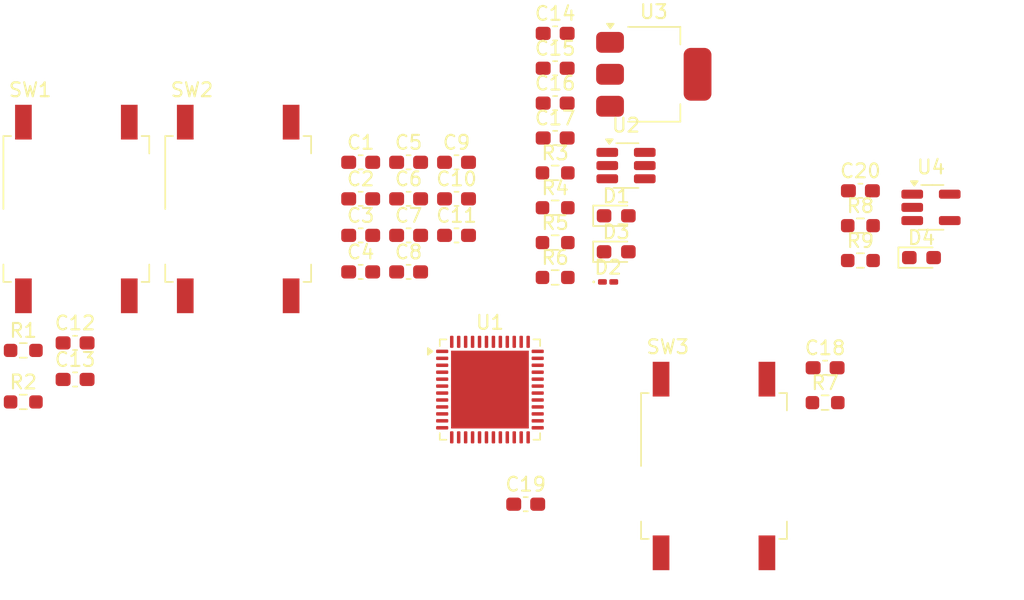
<source format=kicad_pcb>
(kicad_pcb (version 20241229) (generator "pcbnew") (generator_version "9.0")
  (layers (0 "F.Cu" signal) (2 "B.Cu" signal) (13 "F.Paste" user) (15 "B.Paste" user) (5 "F.SilkS" user "F.Silkscreen") (7 "B.SilkS" user "B.Silkscreen") (1 "F.Mask" user) (3 "B.Mask" user) (25 "Edge.Cuts" user))
  (net 0 "")
  (net 1 "GND")
  (net 2 "OSC_OUT")
  (net 3 "OSC_IN")
  (net 4 "OSC32_OUT")
  (net 5 "OSC32_IN")
  (net 6 "NRST")
  (net 7 "BL")
  (net 8 "STICK_X")
  (net 9 "SWDIO")
  (net 11 "DC")
  (net 17 "SCL")
  (net 18 "SDA")
  (net 20 "SWCLK")
  (net 23 "USER_LED")
  (net 24 "BOOT0")
  (net 28 "STICK_Y")
  (net 29 "CS")
  (net 30 "CLK")
  (net 31 "RST")
  (net 35 "USER_BUTTON")
  (net 36 "DIN")
  (net 37 "STICK_Z")
  (net 38 "VCAP1")
  (net 39 "+5V")
  (net 40 "Net-(D1-A)")
  (net 41 "Net-(D2-A)")
  (net 42 "Net-(D3-A)")
  (net 43 "Net-(J2-CC1)")
  (net 44 "Net-(J2-CC2)")
  (net 45 "D+")
  (net 46 "D-")
  (net 47 "Net-(J2-D--PadA7)")
  (net 48 "Net-(U2-GND)")
  (net 49 "Net-(J2-D+-PadA6)")
  (net 50 "VBAT")
  (net 51 "+BATT")
  (net 52 "Net-(D4-A)")
  (net 53 "Net-(D4-K)")
  (net 54 "Net-(U4-PROG)")
  (footprint "LED_SMD:LED_0603_1608Metric_Pad1.05x0.95mm_HandSolder" (layer "F.Cu") (at 144.1525 86.58)
    (property "Reference" "D3" (at 0 -1.43 0) (layer "F.SilkS"))
    (property "Value" "PWRLED")
    (fp_line (start -1.66 -0.735) (end -1.66 0.735) (stroke (width 0.12)) (layer "F.SilkS"))
    (fp_line (start -1.66 0.735) (end 0.8 0.735) (stroke (width 0.12)) (layer "F.SilkS"))
    (fp_line (start 0.8 -0.735) (end -1.66 -0.735) (stroke (width 0.12)) (layer "F.SilkS"))
    (pad "1" smd roundrect (at -0.875 0) (size 1.05 0.95) (layers "F.Cu" "F.Mask" "F.Paste") (net 1 "GND"))
    (pad "2" smd roundrect (at 0.875 0) (size 1.05 0.95) (layers "F.Cu" "F.Mask" "F.Paste") (net 42 "Net-(D3-A)"))
  )
  (footprint "LED_SMD:LED_0603_1608Metric_Pad1.05x0.95mm_HandSolder" (layer "F.Cu") (at 144.1525 83.99)
    (property "Reference" "D1" (at 0 -1.43 0) (layer "F.SilkS"))
    (property "Value" "USER_LED")
    (fp_line (start -1.66 -0.735) (end -1.66 0.735) (stroke (width 0.12)) (layer "F.SilkS"))
    (fp_line (start -1.66 0.735) (end 0.8 0.735) (stroke (width 0.12)) (layer "F.SilkS"))
    (fp_line (start 0.8 -0.735) (end -1.66 -0.735) (stroke (width 0.12)) (layer "F.SilkS"))
    (pad "1" smd roundrect (at -0.875 0) (size 1.05 0.95) (layers "F.Cu" "F.Mask" "F.Paste") (net 1 "GND"))
    (pad "2" smd roundrect (at 0.875 0) (size 1.05 0.95) (layers "F.Cu" "F.Mask" "F.Paste") (net 40 "Net-(D1-A)"))
  )
  (footprint "Resistor_SMD:R_0603_1608Metric_Pad0.98x0.95mm_HandSolder" (layer "F.Cu") (at 139.7575 83.41)
    (property "Reference" "R4" (at 0 -1.43 0) (layer "F.SilkS"))
    (property "Value" "5k1")
    (fp_line (start -0.254724 -0.5225) (end 0.254724 -0.5225) (stroke (width 0.12)) (layer "F.SilkS"))
    (fp_line (start -0.254724 0.5225) (end 0.254724 0.5225) (stroke (width 0.12)) (layer "F.SilkS"))
    (pad "1" smd roundrect (at -0.9125 0) (size 0.975 0.95) (layers "F.Cu" "F.Mask" "F.Paste") (net 1 "GND"))
    (pad "2" smd roundrect (at 0.9125 0) (size 0.975 0.95) (layers "F.Cu" "F.Mask" "F.Paste") (net 43 "Net-(J2-CC1)"))
  )
  (footprint "Capacitor_SMD:C_0603_1608Metric_Pad1.08x0.95mm_HandSolder" (layer "F.Cu") (at 125.7575 85.4)
    (property "Reference" "C3" (at 0 -1.43 0) (layer "F.SilkS"))
    (property "Value" "100nF")
    (fp_line (start -0.146267 -0.51) (end 0.146267 -0.51) (stroke (width 0.12)) (layer "F.SilkS"))
    (fp_line (start -0.146267 0.51) (end 0.146267 0.51) (stroke (width 0.12)) (layer "F.SilkS"))
    (pad "1" smd roundrect (at -0.8625 0) (size 1.075 0.95) (layers "F.Cu" "F.Mask" "F.Paste") (net 1 "GND"))
    (pad "2" smd roundrect (at 0.8625 0) (size 1.075 0.95) (layers "F.Cu" "F.Mask" "F.Paste") (net 50 "VBAT"))
  )
  (footprint "Capacitor_SMD:C_0603_1608Metric_Pad1.08x0.95mm_HandSolder" (layer "F.Cu") (at 132.6575 85.4)
    (property "Reference" "C11" (at 0 -1.43 0) (layer "F.SilkS"))
    (property "Value" "10pF")
    (fp_line (start -0.146267 -0.51) (end 0.146267 -0.51) (stroke (width 0.12)) (layer "F.SilkS"))
    (fp_line (start -0.146267 0.51) (end 0.146267 0.51) (stroke (width 0.12)) (layer "F.SilkS"))
    (pad "1" smd roundrect (at -0.8625 0) (size 1.075 0.95) (layers "F.Cu" "F.Mask" "F.Paste") (net 1 "GND"))
    (pad "2" smd roundrect (at 0.8625 0) (size 1.075 0.95) (layers "F.Cu" "F.Mask" "F.Paste") (net 5 "OSC32_IN"))
  )
  (footprint "Capacitor_SMD:C_0603_1608Metric_Pad1.08x0.95mm_HandSolder" (layer "F.Cu") (at 132.6575 80.14)
    (property "Reference" "C9" (at 0 -1.43 0) (layer "F.SilkS"))
    (property "Value" "30pF")
    (fp_line (start -0.146267 -0.51) (end 0.146267 -0.51) (stroke (width 0.12)) (layer "F.SilkS"))
    (fp_line (start -0.146267 0.51) (end 0.146267 0.51) (stroke (width 0.12)) (layer "F.SilkS"))
    (pad "1" smd roundrect (at -0.8625 0) (size 1.075 0.95) (layers "F.Cu" "F.Mask" "F.Paste") (net 1 "GND"))
    (pad "2" smd roundrect (at 0.8625 0) (size 1.075 0.95) (layers "F.Cu" "F.Mask" "F.Paste") (net 3 "OSC_IN"))
  )
  (footprint "Button_Switch_SMD:SW_MEC_5GSH9" (layer "F.Cu") (at 151.19 102)
    (property "Reference" "SW3" (at -3.325 -8.575 180) (layer "F.SilkS"))
    (property "Value" "SW_MEC_5E")
    (fp_line (start -5.25 -5.25) (end -5.25 0) (stroke (width 0.12)) (layer "F.SilkS"))
    (fp_line (start -5.25 5.25) (end -5.25 4) (stroke (width 0.12)) (layer "F.SilkS"))
    (fp_line (start -4.7 -5.25) (end -5.25 -5.25) (stroke (width 0.12)) (layer "F.SilkS"))
    (fp_line (start -4.7 5.25) (end -5.25 5.25) (stroke (width 0.12)) (layer "F.SilkS"))
    (fp_line (start 4.7 -5.25) (end 5.25 -5.25) (stroke (width 0.12)) (layer "F.SilkS"))
    (fp_line (start 4.7 5.25) (end 5.25 5.25) (stroke (width 0.12)) (layer "F.SilkS"))
    (fp_line (start 5.25 -5.25) (end 5.25 -4) (stroke (width 0.12)) (layer "F.SilkS"))
    (fp_line (start 5.25 5.25) (end 5.25 4) (stroke (width 0.12)) (layer "F.SilkS"))
    (pad "1" smd rect (at -3.81 -6.25 90) (size 2.5 1.2) (layers "F.Cu" "F.Mask" "F.Paste") (net 50 "VBAT"))
    (pad "2" smd rect (at -3.81 6.25 90) (size 2.5 1.2) (layers "F.Cu" "F.Mask" "F.Paste") (net 50 "VBAT"))
    (pad "3" smd rect (at 3.81 -6.25 90) (size 2.5 1.2) (layers "F.Cu" "F.Mask" "F.Paste") (net 35 "USER_BUTTON"))
    (pad "4" smd rect (at 3.81 6.25 90) (size 2.5 1.2) (layers "F.Cu" "F.Mask" "F.Paste") (net 35 "USER_BUTTON"))
  )
  (footprint "Capacitor_SMD:C_0603_1608Metric_Pad1.08x0.95mm_HandSolder" (layer "F.Cu") (at 161.73 82.19)
    (property "Reference" "C20" (at 0 -1.43 0) (layer "F.SilkS"))
    (property "Value" "4u7F")
    (fp_line (start -0.146267 -0.51) (end 0.146267 -0.51) (stroke (width 0.12)) (layer "F.SilkS"))
    (fp_line (start -0.146267 0.51) (end 0.146267 0.51) (stroke (width 0.12)) (layer "F.SilkS"))
    (pad "1" smd roundrect (at -0.8625 0) (size 1.075 0.95) (layers "F.Cu" "F.Mask" "F.Paste") (net 1 "GND"))
    (pad "2" smd roundrect (at 0.8625 0) (size 1.075 0.95) (layers "F.Cu" "F.Mask" "F.Paste") (net 51 "+BATT"))
  )
  (footprint "Capacitor_SMD:C_0603_1608Metric_Pad1.08x0.95mm_HandSolder" (layer "F.Cu") (at 129.2075 80.14)
    (property "Reference" "C5" (at 0 -1.43 0) (layer "F.SilkS"))
    (property "Value" "4u7F")
    (fp_line (start -0.146267 -0.51) (end 0.146267 -0.51) (stroke (width 0.12)) (layer "F.SilkS"))
    (fp_line (start -0.146267 0.51) (end 0.146267 0.51) (stroke (width 0.12)) (layer "F.SilkS"))
    (pad "1" smd roundrect (at -0.8625 0) (size 1.075 0.95) (layers "F.Cu" "F.Mask" "F.Paste") (net 1 "GND"))
    (pad "2" smd roundrect (at 0.8625 0) (size 1.075 0.95) (layers "F.Cu" "F.Mask" "F.Paste") (net 50 "VBAT"))
  )
  (footprint "Capacitor_SMD:C_0603_1608Metric_Pad1.08x0.95mm_HandSolder" (layer "F.Cu") (at 159.19 94.93)
    (property "Reference" "C18" (at 0 -1.43 0) (layer "F.SilkS"))
    (property "Value" "100nF")
    (fp_line (start -0.146267 -0.51) (end 0.146267 -0.51) (stroke (width 0.12)) (layer "F.SilkS"))
    (fp_line (start -0.146267 0.51) (end 0.146267 0.51) (stroke (width 0.12)) (layer "F.SilkS"))
    (pad "1" smd roundrect (at -0.8625 0) (size 1.075 0.95) (layers "F.Cu" "F.Mask" "F.Paste") (net 1 "GND"))
    (pad "2" smd roundrect (at 0.8625 0) (size 1.075 0.95) (layers "F.Cu" "F.Mask" "F.Paste") (net 35 "USER_BUTTON"))
  )
  (footprint "Resistor_SMD:R_0603_1608Metric_Pad0.98x0.95mm_HandSolder" (layer "F.Cu") (at 139.7575 88.43)
    (property "Reference" "R6" (at 0 -1.43 0) (layer "F.SilkS"))
    (property "Value" "10k")
    (fp_line (start -0.254724 -0.5225) (end 0.254724 -0.5225) (stroke (width 0.12)) (layer "F.SilkS"))
    (fp_line (start -0.254724 0.5225) (end 0.254724 0.5225) (stroke (width 0.12)) (layer "F.SilkS"))
    (pad "1" smd roundrect (at -0.9125 0) (size 0.975 0.95) (layers "F.Cu" "F.Mask" "F.Paste") (net 42 "Net-(D3-A)"))
    (pad "2" smd roundrect (at 0.9125 0) (size 0.975 0.95) (layers "F.Cu" "F.Mask" "F.Paste") (net 50 "VBAT"))
  )
  (footprint "Resistor_SMD:R_0603_1608Metric_Pad0.98x0.95mm_HandSolder" (layer "F.Cu") (at 161.73 87.21)
    (property "Reference" "R9" (at 0 -1.43 0) (layer "F.SilkS"))
    (property "Value" "10k")
    (fp_line (start -0.254724 -0.5225) (end 0.254724 -0.5225) (stroke (width 0.12)) (layer "F.SilkS"))
    (fp_line (start -0.254724 0.5225) (end 0.254724 0.5225) (stroke (width 0.12)) (layer "F.SilkS"))
    (pad "1" smd roundrect (at -0.9125 0) (size 0.975 0.95) (layers "F.Cu" "F.Mask" "F.Paste") (net 39 "+5V"))
    (pad "2" smd roundrect (at 0.9125 0) (size 0.975 0.95) (layers "F.Cu" "F.Mask" "F.Paste") (net 52 "Net-(D4-A)"))
  )
  (footprint "Capacitor_SMD:C_0603_1608Metric_Pad1.08x0.95mm_HandSolder" (layer "F.Cu") (at 129.2075 82.77)
    (property "Reference" "C6" (at 0 -1.43 0) (layer "F.SilkS"))
    (property "Value" "1uF")
    (fp_line (start -0.146267 -0.51) (end 0.146267 -0.51) (stroke (width 0.12)) (layer "F.SilkS"))
    (fp_line (start -0.146267 0.51) (end 0.146267 0.51) (stroke (width 0.12)) (layer "F.SilkS"))
    (pad "1" smd roundrect (at -0.8625 0) (size 1.075 0.95) (layers "F.Cu" "F.Mask" "F.Paste") (net 1 "GND"))
    (pad "2" smd roundrect (at 0.8625 0) (size 1.075 0.95) (layers "F.Cu" "F.Mask" "F.Paste") (net 50 "VBAT"))
  )
  (footprint "Capacitor_SMD:C_0603_1608Metric_Pad1.08x0.95mm_HandSolder" (layer "F.Cu") (at 125.7575 88.03)
    (property "Reference" "C4" (at 0 -1.43 0) (layer "F.SilkS"))
    (property "Value" "100nF")
    (fp_line (start -0.146267 -0.51) (end 0.146267 -0.51) (stroke (width 0.12)) (layer "F.SilkS"))
    (fp_line (start -0.146267 0.51) (end 0.146267 0.51) (stroke (width 0.12)) (layer "F.SilkS"))
    (pad "1" smd roundrect (at -0.8625 0) (size 1.075 0.95) (layers "F.Cu" "F.Mask" "F.Paste") (net 1 "GND"))
    (pad "2" smd roundrect (at 0.8625 0) (size 1.075 0.95) (layers "F.Cu" "F.Mask" "F.Paste") (net 50 "VBAT"))
  )
  (footprint "Resistor_SMD:R_0603_1608Metric_Pad0.98x0.95mm_HandSolder" (layer "F.Cu") (at 159.19 97.44)
    (property "Reference" "R7" (at 0 -1.43 0) (layer "F.SilkS"))
    (property "Value" "10k")
    (fp_line (start -0.254724 -0.5225) (end 0.254724 -0.5225) (stroke (width 0.12)) (layer "F.SilkS"))
    (fp_line (start -0.254724 0.5225) (end 0.254724 0.5225) (stroke (width 0.12)) (layer "F.SilkS"))
    (pad "1" smd roundrect (at -0.9125 0) (size 0.975 0.95) (layers "F.Cu" "F.Mask" "F.Paste") (net 35 "USER_BUTTON"))
    (pad "2" smd roundrect (at 0.9125 0) (size 0.975 0.95) (layers "F.Cu" "F.Mask" "F.Paste") (net 1 "GND"))
  )
  (footprint "Capacitor_SMD:C_0603_1608Metric_Pad1.08x0.95mm_HandSolder" (layer "F.Cu") (at 132.6575 82.77)
    (property "Reference" "C10" (at 0 -1.43 0) (layer "F.SilkS"))
    (property "Value" "10pF")
    (fp_line (start -0.146267 -0.51) (end 0.146267 -0.51) (stroke (width 0.12)) (layer "F.SilkS"))
    (fp_line (start -0.146267 0.51) (end 0.146267 0.51) (stroke (width 0.12)) (layer "F.SilkS"))
    (pad "1" smd roundrect (at -0.8625 0) (size 1.075 0.95) (layers "F.Cu" "F.Mask" "F.Paste") (net 1 "GND"))
    (pad "2" smd roundrect (at 0.8625 0) (size 1.075 0.95) (layers "F.Cu" "F.Mask" "F.Paste") (net 4 "OSC32_OUT"))
  )
  (footprint "Resistor_SMD:R_0603_1608Metric_Pad0.98x0.95mm_HandSolder" (layer "F.Cu") (at 139.7575 80.9)
    (property "Reference" "R3" (at 0 -1.43 0) (layer "F.SilkS"))
    (property "Value" "10k")
    (fp_line (start -0.254724 -0.5225) (end 0.254724 -0.5225) (stroke (width 0.12)) (layer "F.SilkS"))
    (fp_line (start -0.254724 0.5225) (end 0.254724 0.5225) (stroke (width 0.12)) (layer "F.SilkS"))
    (pad "1" smd roundrect (at -0.9125 0) (size 0.975 0.95) (layers "F.Cu" "F.Mask" "F.Paste") (net 23 "USER_LED"))
    (pad "2" smd roundrect (at 0.9125 0) (size 0.975 0.95) (layers "F.Cu" "F.Mask" "F.Paste") (net 40 "Net-(D1-A)"))
  )
  (footprint "Capacitor_SMD:C_0603_1608Metric_Pad1.08x0.95mm_HandSolder" (layer "F.Cu") (at 137.6375 104.75)
    (property "Reference" "C19" (at 0 -1.43 0) (layer "F.SilkS"))
    (property "Value" "100nF")
    (fp_line (start -0.146267 -0.51) (end 0.146267 -0.51) (stroke (width 0.12)) (layer "F.SilkS"))
    (fp_line (start -0.146267 0.51) (end 0.146267 0.51) (stroke (width 0.12)) (layer "F.SilkS"))
    (pad "1" smd roundrect (at -0.8625 0) (size 1.075 0.95) (layers "F.Cu" "F.Mask" "F.Paste") (net 1 "GND"))
    (pad "2" smd roundrect (at 0.8625 0) (size 1.075 0.95) (layers "F.Cu" "F.Mask" "F.Paste") (net 50 "VBAT"))
  )
  (footprint "Capacitor_SMD:C_0603_1608Metric_Pad1.08x0.95mm_HandSolder" (layer "F.Cu") (at 139.7575 75.88)
    (property "Reference" "C16" (at 0 -1.43 0) (layer "F.SilkS"))
    (property "Value" "10uF")
    (fp_line (start -0.146267 -0.51) (end 0.146267 -0.51) (stroke (width 0.12)) (layer "F.SilkS"))
    (fp_line (start -0.146267 0.51) (end 0.146267 0.51) (stroke (width 0.12)) (layer "F.SilkS"))
    (pad "1" smd roundrect (at -0.8625 0) (size 1.075 0.95) (layers "F.Cu" "F.Mask" "F.Paste") (net 1 "GND"))
    (pad "2" smd roundrect (at 0.8625 0) (size 1.075 0.95) (layers "F.Cu" "F.Mask" "F.Paste") (net 39 "+5V"))
  )
  (footprint "Package_TO_SOT_SMD:SOT-23-6_Handsoldering" (layer "F.Cu") (at 144.8575 80.375)
    (property "Reference" "U2" (at 0 -2.9 0) (layer "F.SilkS"))
    (property "Value" "USBLC6-2SC6")
    (fp_line (start -0.9 1.61) (end 0.9 1.61) (stroke (width 0.12)) (layer "F.SilkS"))
    (fp_line (start 0.1 -1.61) (end -0.7 -1.61) (stroke (width 0.12)) (layer "F.SilkS"))
    (fp_line (start 0.1 -1.61) (end 0.9 -1.61) (stroke (width 0.12)) (layer "F.SilkS"))
    (fp_poly (pts (xy -1.2 -1.56) (xy -1.44 -1.89) (xy -0.96 -1.89) (xy -1.2 -1.56)) (stroke (width 0.12)) (fill yes) (layer "F.SilkS"))
    (pad "1" smd roundrect (at -1.35 -0.95) (size 1.56 0.65) (layers "F.Cu" "F.Mask" "F.Paste") (net 47 "Net-(J2-D--PadA7)"))
    (pad "2" smd roundrect (at -1.35 0) (size 1.56 0.65) (layers "F.Cu" "F.Mask" "F.Paste") (net 48 "Net-(U2-GND)"))
    (pad "3" smd roundrect (at -1.35 0.95) (size 1.56 0.65) (layers "F.Cu" "F.Mask" "F.Paste") (net 49 "Net-(J2-D+-PadA6)"))
    (pad "4" smd roundrect (at 1.35 0.95) (size 1.56 0.65) (layers "F.Cu" "F.Mask" "F.Paste") (net 45 "D+"))
    (pad "5" smd roundrect (at 1.35 0) (size 1.56 0.65) (layers "F.Cu" "F.Mask" "F.Paste") (net 39 "+5V"))
    (pad "6" smd roundrect (at 1.35 -0.95) (size 1.56 0.65) (layers "F.Cu" "F.Mask" "F.Paste") (net 46 "D-"))
  )
  (footprint "LED_SMD:LED_0603_1608Metric_Pad1.05x0.95mm_HandSolder" (layer "F.Cu") (at 166.125 87)
    (property "Reference" "D4" (at 0 -1.43 0) (layer "F.SilkS"))
    (property "Value" "CHARGINGLED")
    (fp_line (start -1.66 -0.735) (end -1.66 0.735) (stroke (width 0.12)) (layer "F.SilkS"))
    (fp_line (start -1.66 0.735) (end 0.8 0.735) (stroke (width 0.12)) (layer "F.SilkS"))
    (fp_line (start 0.8 -0.735) (end -1.66 -0.735) (stroke (width 0.12)) (layer "F.SilkS"))
    (pad "1" smd roundrect (at -0.875 0) (size 1.05 0.95) (layers "F.Cu" "F.Mask" "F.Paste") (net 53 "Net-(D4-K)"))
    (pad "2" smd roundrect (at 0.875 0) (size 1.05 0.95) (layers "F.Cu" "F.Mask" "F.Paste") (net 52 "Net-(D4-A)"))
  )
  (footprint "Capacitor_SMD:C_0603_1608Metric_Pad1.08x0.95mm_HandSolder" (layer "F.Cu") (at 129.2075 85.4)
    (property "Reference" "C7" (at 0 -1.43 0) (layer "F.SilkS"))
    (property "Value" "100nF")
    (fp_line (start -0.146267 -0.51) (end 0.146267 -0.51) (stroke (width 0.12)) (layer "F.SilkS"))
    (fp_line (start -0.146267 0.51) (end 0.146267 0.51) (stroke (width 0.12)) (layer "F.SilkS"))
    (pad "1" smd roundrect (at -0.8625 0) (size 1.075 0.95) (layers "F.Cu" "F.Mask" "F.Paste") (net 1 "GND"))
    (pad "2" smd roundrect (at 0.8625 0) (size 1.075 0.95) (layers "F.Cu" "F.Mask" "F.Paste") (net 50 "VBAT"))
  )
  (footprint "Resistor_SMD:R_0603_1608Metric_Pad0.98x0.95mm_HandSolder" (layer "F.Cu") (at 139.7575 85.92)
    (property "Reference" "R5" (at 0 -1.43 0) (layer "F.SilkS"))
    (property "Value" "5k1")
    (fp_line (start -0.254724 -0.5225) (end 0.254724 -0.5225) (stroke (width 0.12)) (layer "F.SilkS"))
    (fp_line (start -0.254724 0.5225) (end 0.254724 0.5225) (stroke (width 0.12)) (layer "F.SilkS"))
    (pad "1" smd roundrect (at -0.9125 0) (size 0.975 0.95) (layers "F.Cu" "F.Mask" "F.Paste") (net 1 "GND"))
    (pad "2" smd roundrect (at 0.9125 0) (size 0.975 0.95) (layers "F.Cu" "F.Mask" "F.Paste") (net 44 "Net-(J2-CC2)"))
  )
  (footprint "Resistor_SMD:R_0603_1608Metric_Pad0.98x0.95mm_HandSolder" (layer "F.Cu") (at 101.47 97.39)
    (property "Reference" "R2" (at 0 -1.43 0) (layer "F.SilkS"))
    (property "Value" "10k")
    (fp_line (start -0.254724 -0.5225) (end 0.254724 -0.5225) (stroke (width 0.12)) (layer "F.SilkS"))
    (fp_line (start -0.254724 0.5225) (end 0.254724 0.5225) (stroke (width 0.12)) (layer "F.SilkS"))
    (pad "1" smd roundrect (at -0.9125 0) (size 0.975 0.95) (layers "F.Cu" "F.Mask" "F.Paste") (net 24 "BOOT0"))
    (pad "2" smd roundrect (at 0.9125 0) (size 0.975 0.95) (layers "F.Cu" "F.Mask" "F.Paste") (net 1 "GND"))
  )
  (footprint "Package_TO_SOT_SMD:SOT-223-3_TabPin2" (layer "F.Cu") (at 146.8575 73.805)
    (property "Reference" "U3" (at 0 -4.5 0) (layer "F.SilkS"))
    (property "Value" "LD1117S33TR_SOT223")
    (fp_line (start -1.85 -3.41) (end 1.91 -3.41) (stroke (width 0.12)) (layer "F.SilkS"))
    (fp_line (start -1.85 3.41) (end 1.91 3.41) (stroke (width 0.12)) (layer "F.SilkS"))
    (fp_line (start 1.91 -3.41) (end 1.91 -2.15) (stroke (width 0.12)) (layer "F.SilkS"))
    (fp_line (start 1.91 3.41) (end 1.91 2.15) (stroke (width 0.12)) (layer "F.SilkS"))
    (fp_poly (pts (xy -3.13 -3.31) (xy -3.37 -3.64) (xy -2.89 -3.64) (xy -3.13 -3.31)) (stroke (width 0.12)) (fill yes) (layer "F.SilkS"))
    (pad "1" smd roundrect (at -3.15 -2.3) (size 2 1.5) (layers "F.Cu" "F.Mask" "F.Paste") (net 1 "GND"))
    (pad "2" smd roundrect (at -3.15 0) (size 2 1.5) (layers "F.Cu" "F.Mask" "F.Paste") (net 50 "VBAT"))
    (pad "2" smd roundrect (at 3.15 0) (size 2 3.8) (layers "F.Cu" "F.Mask" "F.Paste") (net 50 "VBAT"))
    (pad "3" smd roundrect (at -3.15 2.3) (size 2 1.5) (layers "F.Cu" "F.Mask" "F.Paste") (net 39 "+5V"))
  )
  (footprint "Resistor_SMD:R_0603_1608Metric_Pad0.98x0.95mm_HandSolder" (layer "F.Cu") (at 101.47 93.68)
    (property "Reference" "R1" (at 0 -1.43 0) (layer "F.SilkS"))
    (property "Value" "10k")
    (fp_line (start -0.254724 -0.5225) (end 0.254724 -0.5225) (stroke (width 0.12)) (layer "F.SilkS"))
    (fp_line (start -0.254724 0.5225) (end 0.254724 0.5225) (stroke (width 0.12)) (layer "F.SilkS"))
    (pad "1" smd roundrect (at -0.9125 0) (size 0.975 0.95) (layers "F.Cu" "F.Mask" "F.Paste") (net 50 "VBAT"))
    (pad "2" smd roundrect (at 0.9125 0) (size 0.975 0.95) (layers "F.Cu" "F.Mask" "F.Paste") (net 6 "NRST"))
  )
  (footprint "Resistor_SMD:R_0603_1608Metric_Pad0.98x0.95mm_HandSolder" (layer "F.Cu") (at 161.73 84.7)
    (property "Reference" "R8" (at 0 -1.43 0) (layer "F.SilkS"))
    (property "Value" "2k")
    (fp_line (start -0.254724 -0.5225) (end 0.254724 -0.5225) (stroke (width 0.12)) (layer "F.SilkS"))
    (fp_line (start -0.254724 0.5225) (end 0.254724 0.5225) (stroke (width 0.12)) (layer "F.SilkS"))
    (pad "1" smd roundrect (at -0.9125 0) (size 0.975 0.95) (layers "F.Cu" "F.Mask" "F.Paste") (net 54 "Net-(U4-PROG)"))
    (pad "2" smd roundrect (at 0.9125 0) (size 0.975 0.95) (layers "F.Cu" "F.Mask" "F.Paste") (net 1 "GND"))
  )
  (footprint "Capacitor_SMD:C_0603_1608Metric_Pad1.08x0.95mm_HandSolder" (layer "F.Cu") (at 129.2075 88.03)
    (property "Reference" "C8" (at 0 -1.43 0) (layer "F.SilkS"))
    (property "Value" "30pF")
    (fp_line (start -0.146267 -0.51) (end 0.146267 -0.51) (stroke (width 0.12)) (layer "F.SilkS"))
    (fp_line (start -0.146267 0.51) (end 0.146267 0.51) (stroke (width 0.12)) (layer "F.SilkS"))
    (pad "1" smd roundrect (at -0.8625 0) (size 1.075 0.95) (layers "F.Cu" "F.Mask" "F.Paste") (net 1 "GND"))
    (pad "2" smd roundrect (at 0.8625 0) (size 1.075 0.95) (layers "F.Cu" "F.Mask" "F.Paste") (net 2 "OSC_OUT"))
  )
  (footprint "Button_Switch_SMD:SW_MEC_5GSH9" (layer "F.Cu") (at 116.94 83.5)
    (property "Reference" "SW2" (at -3.325 -8.575 180) (layer "F.SilkS"))
    (property "Value" "SW_MEC_5E")
    (fp_line (start -5.25 -5.25) (end -5.25 0) (stroke (width 0.12)) (layer "F.SilkS"))
    (fp_line (start -5.25 5.25) (end -5.25 4) (stroke (width 0.12)) (layer "F.SilkS"))
    (fp_line (start -4.7 -5.25) (end -5.25 -5.25) (stroke (width 0.12)) (layer "F.SilkS"))
    (fp_line (start -4.7 5.25) (end -5.25 5.25) (stroke (width 0.12)) (layer "F.SilkS"))
    (fp_line (start 4.7 -5.25) (end 5.25 -5.25) (stroke (width 0.12)) (layer "F.SilkS"))
    (fp_line (start 4.7 5.25) (end 5.25 5.25) (stroke (width 0.12)) (layer "F.SilkS"))
    (fp_line (start 5.25 -5.25) (end 5.25 -4) (stroke (width 0.12)) (layer "F.SilkS"))
    (fp_line (start 5.25 5.25) (end 5.25 4) (stroke (width 0.12)) (layer "F.SilkS"))
    (pad "1" smd rect (at -3.81 -6.25 90) (size 2.5 1.2) (layers "F.Cu" "F.Mask" "F.Paste") (net 1 "GND"))
    (pad "2" smd rect (at -3.81 6.25 90) (size 2.5 1.2) (layers "F.Cu" "F.Mask" "F.Paste") (net 1 "GND"))
    (pad "3" smd rect (at 3.81 -6.25 90) (size 2.5 1.2) (layers "F.Cu" "F.Mask" "F.Paste") (net 6 "NRST"))
    (pad "4" smd rect (at 3.81 6.25 90) (size 2.5 1.2) (layers "F.Cu" "F.Mask" "F.Paste") (net 6 "NRST"))
  )
  (footprint "Button_Switch_SMD:SW_MEC_5GSH9" (layer "F.Cu") (at 105.29 83.5)
    (property "Reference" "SW1" (at -3.325 -8.575 180) (layer "F.SilkS"))
    (property "Value" "SW_MEC_5E")
    (fp_line (start -5.25 -5.25) (end -5.25 0) (stroke (width 0.12)) (layer "F.SilkS"))
    (fp_line (start -5.25 5.25) (end -5.25 4) (stroke (width 0.12)) (layer "F.SilkS"))
    (fp_line (start -4.7 -5.25) (end -5.25 -5.25) (stroke (width 0.12)) (layer "F.SilkS"))
    (fp_line (start -4.7 5.25) (end -5.25 5.25) (stroke (width 0.12)) (layer "F.SilkS"))
    (fp_line (start 4.7 -5.25) (end 5.25 -5.25) (stroke (width 0.12)) (layer "F.SilkS"))
    (fp_line (start 4.7 5.25) (end 5.25 5.25) (stroke (width 0.12)) (layer "F.SilkS"))
    (fp_line (start 5.25 -5.25) (end 5.25 -4) (stroke (width 0.12)) (layer "F.SilkS"))
    (fp_line (start 5.25 5.25) (end 5.25 4) (stroke (width 0.12)) (layer "F.SilkS"))
    (pad "1" smd rect (at -3.81 -6.25 90) (size 2.5 1.2) (layers "F.Cu" "F.Mask" "F.Paste") (net 50 "VBAT"))
    (pad "2" smd rect (at -3.81 6.25 90) (size 2.5 1.2) (layers "F.Cu" "F.Mask" "F.Paste") (net 50 "VBAT"))
    (pad "3" smd rect (at 3.81 -6.25 90) (size 2.5 1.2) (layers "F.Cu" "F.Mask" "F.Paste") (net 24 "BOOT0"))
    (pad "4" smd rect (at 3.81 6.25 90) (size 2.5 1.2) (layers "F.Cu" "F.Mask" "F.Paste") (net 24 "BOOT0"))
  )
  (footprint "Package_DFN_QFN:QFN-48-1EP_7x7mm_P0.5mm_EP5.6x5.6mm" (layer "F.Cu") (at 135.0625 96.5)
    (property "Reference" "U1" (at 0 -4.83 0) (layer "F.SilkS"))
    (property "Value" "STM32F401CCUx")
    (fp_line (start -3.61 -3.61) (end -3.135 -3.61) (stroke (width 0.12)) (layer "F.SilkS"))
    (fp_line (start -3.61 -3.135) (end -3.61 -3.61) (stroke (width 0.12)) (layer "F.SilkS"))
    (fp_line (start -3.61 3.61) (end -3.61 3.135) (stroke (width 0.12)) (layer "F.SilkS"))
    (fp_line (start -3.135 3.61) (end -3.61 3.61) (stroke (width 0.12)) (layer "F.SilkS"))
    (fp_line (start 3.135 -3.61) (end 3.61 -3.61) (stroke (width 0.12)) (layer "F.SilkS"))
    (fp_line (start 3.61 -3.61) (end 3.61 -3.135) (stroke (width 0.12)) (layer "F.SilkS"))
    (fp_line (start 3.61 3.135) (end 3.61 3.61) (stroke (width 0.12)) (layer "F.SilkS"))
    (fp_line (start 3.61 3.61) (end 3.135 3.61) (stroke (width 0.12)) (layer "F.SilkS"))
    (fp_poly (pts (xy -4.14 -2.75) (xy -4.47 -2.51) (xy -4.47 -2.99)) (stroke (width 0.12)) (fill yes) (layer "F.SilkS"))
    (pad "1" smd roundrect (at -3.4375 -2.75) (size 0.875 0.25) (layers "F.Cu" "F.Mask" "F.Paste") (net 50 "VBAT"))
    (pad "2" smd roundrect (at -3.4375 -2.25) (size 0.875 0.25) (layers "F.Cu" "F.Mask" "F.Paste") (net 23 "USER_LED"))
    (pad "3" smd roundrect (at -3.4375 -1.75) (size 0.875 0.25) (layers "F.Cu" "F.Mask" "F.Paste") (net 5 "OSC32_IN"))
    (pad "4" smd roundrect (at -3.4375 -1.25) (size 0.875 0.25) (layers "F.Cu" "F.Mask" "F.Paste") (net 4 "OSC32_OUT"))
    (pad "5" smd roundrect (at -3.4375 -0.75) (size 0.875 0.25) (layers "F.Cu" "F.Mask" "F.Paste") (net 3 "OSC_IN"))
    (pad "6" smd roundrect (at -3.4375 -0.25) (size 0.875 0.25) (layers "F.Cu" "F.Mask" "F.Paste") (net 2 "OSC_OUT"))
    (pad "7" smd roundrect (at -3.4375 0.25) (size 0.875 0.25) (layers "F.Cu" "F.Mask" "F.Paste") (net 6 "NRST"))
    (pad "8" smd roundrect (at -3.4375 0.75) (size 0.875 0.25) (layers "F.Cu" "F.Mask" "F.Paste") (net 1 "GND"))
    (pad "9" smd roundrect (at -3.4375 1.25) (size 0.875 0.25) (layers "F.Cu" "F.Mask" "F.Paste") (net 50 "VBAT"))
    (pad "10" smd roundrect (at -3.4375 1.75) (size 0.875 0.25) (layers "F.Cu" "F.Mask" "F.Paste") (net 35 "USER_BUTTON"))
    (pad "11" smd roundrect (at -3.4375 2.25) (size 0.875 0.25) (layers "F.Cu" "F.Mask" "F.Paste"))
    (pad "12" smd roundrect (at -3.4375 2.75) (size 0.875 0.25) (layers "F.Cu" "F.Mask" "F.Paste") (net 31 "RST"))
    (pad "13" smd roundrect (at -2.75 3.4375) (size 0.25 0.875) (layers "F.Cu" "F.Mask" "F.Paste") (net 11 "DC"))
    (pad "14" smd roundrect (at -2.25 3.4375) (size 0.25 0.875) (layers "F.Cu" "F.Mask" "F.Paste") (net 29 "CS"))
    (pad "15" smd roundrect (at -1.75 3.4375) (size 0.25 0.875) (layers "F.Cu" "F.Mask" "F.Paste") (net 30 "CLK"))
    (pad "16" smd roundrect (at -1.25 3.4375) (size 0.25 0.875) (layers "F.Cu" "F.Mask" "F.Paste"))
    (pad "17" smd roundrect (at -0.75 3.4375) (size 0.25 0.875) (layers "F.Cu" "F.Mask" "F.Paste") (net 36 "DIN"))
    (pad "18" smd roundrect (at -0.25 3.4375) (size 0.25 0.875) (layers "F.Cu" "F.Mask" "F.Paste") (net 8 "STICK_X"))
    (pad "19" smd roundrect (at 0.25 3.4375) (size 0.25 0.875) (layers "F.Cu" "F.Mask" "F.Paste") (net 28 "STICK_Y"))
    (pad "20" smd roundrect (at 0.75 3.4375) (size 0.25 0.875) (layers "F.Cu" "F.Mask" "F.Paste") (net 37 "STICK_Z"))
    (pad "21" smd roundrect (at 1.25 3.4375) (size 0.25 0.875) (layers "F.Cu" "F.Mask" "F.Paste"))
    (pad "22" smd roundrect (at 1.75 3.4375) (size 0.25 0.875) (layers "F.Cu" "F.Mask" "F.Paste") (net 38 "VCAP1"))
    (pad "23" smd roundrect (at 2.25 3.4375) (size 0.25 0.875) (layers "F.Cu" "F.Mask" "F.Paste") (net 1 "GND"))
    (pad "24" smd roundrect (at 2.75 3.4375) (size 0.25 0.875) (layers "F.Cu" "F.Mask" "F.Paste") (net 50 "VBAT"))
    (pad "25" smd roundrect (at 3.4375 2.75) (size 0.875 0.25) (layers "F.Cu" "F.Mask" "F.Paste"))
    (pad "26" smd roundrect (at 3.4375 2.25) (size 0.875 0.25) (layers "F.Cu" "F.Mask" "F.Paste"))
    (pad "27" smd roundrect (at 3.4375 1.75) (size 0.875 0.25) (layers "F.Cu" "F.Mask" "F.Paste"))
    (pad "28" smd roundrect (at 3.4375 1.25) (size 0.875 0.25) (layers "F.Cu" "F.Mask" "F.Paste"))
    (pad "29" smd roundrect (at 3.4375 0.75) (size 0.875 0.25) (layers "F.Cu" "F.Mask" "F.Paste") (net 17 "SCL"))
    (pad "30" smd roundrect (at 3.4375 0.25) (size 0.875 0.25) (layers "F.Cu" "F.Mask" "F.Paste"))
    (pad "31" smd roundrect (at 3.4375 -0.25) (size 0.875 0.25) (layers "F.Cu" "F.Mask" "F.Paste"))
    (pad "32" smd roundrect (at 3.4375 -0.75) (size 0.875 0.25) (layers "F.Cu" "F.Mask" "F.Paste") (net 46 "D-"))
    (pad "33" smd roundrect (at 3.4375 -1.25) (size 0.875 0.25) (layers "F.Cu" "F.Mask" "F.Paste") (net 45 "D+"))
    (pad "34" smd roundrect (at 3.4375 -1.75) (size 0.875 0.25) (layers "F.Cu" "F.Mask" "F.Paste") (net 20 "SWCLK"))
    (pad "35" smd roundrect (at 3.4375 -2.25) (size 0.875 0.25) (layers "F.Cu" "F.Mask" "F.Paste") (net 1 "GND"))
    (pad "36" smd roundrect (at 3.4375 -2.75) (size 0.875 0.25) (layers "F.Cu" "F.Mask" "F.Paste") (net 50 "VBAT"))
    (pad "37" smd roundrect (at 2.75 -3.4375) (size 0.25 0.875) (layers "F.Cu" "F.Mask" "F.Paste") (net 9 "SWDIO"))
    (pad "38" smd roundrect (at 2.25 -3.4375) (size 0.25 0.875) (layers "F.Cu" "F.Mask" "F.Paste"))
    (pad "39" smd roundrect (at 1.75 -3.4375) (size 0.25 0.875) (layers "F.Cu" "F.Mask" "F.Paste"))
    (pad "40" smd roundrect (at 1.25 -3.4375) (size 0.25 0.875) (layers "F.Cu" "F.Mask" "F.Paste") (net 18 "SDA"))
    (pad "41" smd roundrect (at 0.75 -3.4375) (size 0.25 0.875) (layers "F.Cu" "F.Mask" "F.Paste") (net 7 "BL"))
    (pad "42" smd roundrect (at 0.25 -3.4375) (size 0.25 0.875) (layers "F.Cu" "F.Mask" "F.Paste"))
    (pad "43" smd roundrect (at -0.25 -3.4375) (size 0.25 0.875) (layers "F.Cu" "F.Mask" "F.Paste"))
    (pad "44" smd roundrect (at -0.75 -3.4375) (size 0.25 0.875) (layers "F.Cu" "F.Mask" "F.Paste") (net 24 "BOOT0"))
    (pad "45" smd roundrect (at -1.25 -3.4375) (size 0.25 0.875) (layers "F.Cu" "F.Mask" "F.Paste"))
    (pad "46" smd roundrect (at -1.75 -3.4375) (size 0.25 0.875) (layers "F.Cu" "F.Mask" "F.Paste"))
    (pad "47" smd roundrect (at -2.25 -3.4375) (size 0.25 0.875) (layers "F.Cu" "F.Mask" "F.Paste") (net 1 "GND"))
    (pad "48" smd roundrect (at -2.75 -3.4375) (size 0.25 0.875) (layers "F.Cu" "F.Mask" "F.Paste") (net 50 "VBAT"))
    (pad "49" smd rect (at 0 0) (size 5.6 5.6) (property pad_prop_heatsink) (layers "F.Cu" "F.Mask") (net 1 "GND"))
  )
  (footprint "Capacitor_SMD:C_0603_1608Metric_Pad1.08x0.95mm_HandSolder" (layer "F.Cu") (at 125.7575 82.77)
    (property "Reference" "C2" (at 0 -1.43 0) (layer "F.SilkS"))
    (property "Value" "100nF")
    (fp_line (start -0.146267 -0.51) (end 0.146267 -0.51) (stroke (width 0.12)) (layer "F.SilkS"))
    (fp_line (start -0.146267 0.51) (end 0.146267 0.51) (stroke (width 0.12)) (layer "F.SilkS"))
    (pad "1" smd roundrect (at -0.8625 0) (size 1.075 0.95) (layers "F.Cu" "F.Mask" "F.Paste") (net 1 "GND"))
    (pad "2" smd roundrect (at 0.8625 0) (size 1.075 0.95) (layers "F.Cu" "F.Mask" "F.Paste") (net 50 "VBAT"))
  )
  (footprint "Package_TO_SOT_SMD:SOT-23-5_HandSoldering" (layer "F.Cu") (at 166.81 83.385)
    (property "Reference" "U4" (at 0 -2.9 0) (layer "F.SilkS"))
    (property "Value" "MCP73831-2-OT")
    (fp_line (start -0.9 1.61) (end 0.9 1.61) (stroke (width 0.12)) (layer "F.SilkS"))
    (fp_line (start 0.1 -1.61) (end -0.7 -1.61) (stroke (width 0.12)) (layer "F.SilkS"))
    (fp_line (start 0.1 -1.61) (end 0.9 -1.61) (stroke (width 0.12)) (layer "F.SilkS"))
    (fp_poly (pts (xy -1.2 -1.56) (xy -1.44 -1.89) (xy -0.96 -1.89) (xy -1.2 -1.56)) (stroke (width 0.12)) (fill yes) (layer "F.SilkS"))
    (pad "1" smd roundrect (at -1.35 -0.95) (size 1.56 0.65) (layers "F.Cu" "F.Mask" "F.Paste") (net 53 "Net-(D4-K)"))
    (pad "2" smd roundrect (at -1.35 0) (size 1.56 0.65) (layers "F.Cu" "F.Mask" "F.Paste") (net 1 "GND"))
    (pad "3" smd roundrect (at -1.35 0.95) (size 1.56 0.65) (layers "F.Cu" "F.Mask" "F.Paste") (net 51 "+BATT"))
    (pad "4" smd roundrect (at 1.35 0.95) (size 1.56 0.65) (layers "F.Cu" "F.Mask" "F.Paste") (net 39 "+5V"))
    (pad "5" smd roundrect (at 1.35 -0.95) (size 1.56 0.65) (layers "F.Cu" "F.Mask" "F.Paste") (net 54 "Net-(U4-PROG)"))
  )
  (footprint "Capacitor_SMD:C_0603_1608Metric_Pad1.08x0.95mm_HandSolder" (layer "F.Cu") (at 105.2 95.77)
    (property "Reference" "C13" (at 0 -1.43 0) (layer "F.SilkS"))
    (property "Value" "100nF")
    (fp_line (start -0.146267 -0.51) (end 0.146267 -0.51) (stroke (width 0.12)) (layer "F.SilkS"))
    (fp_line (start -0.146267 0.51) (end 0.146267 0.51) (stroke (width 0.12)) (layer "F.SilkS"))
    (pad "1" smd roundrect (at -0.8625 0) (size 1.075 0.95) (layers "F.Cu" "F.Mask" "F.Paste") (net 1 "GND"))
    (pad "2" smd roundrect (at 0.8625 0) (size 1.075 0.95) (layers "F.Cu" "F.Mask" "F.Paste") (net 6 "NRST"))
  )
  (footprint "Capacitor_SMD:C_0603_1608Metric_Pad1.08x0.95mm_HandSolder" (layer "F.Cu") (at 105.2 93.14)
    (property "Reference" "C12" (at 0 -1.43 0) (layer "F.SilkS"))
    (property "Value" "100nF")
    (fp_line (start -0.146267 -0.51) (end 0.146267 -0.51) (stroke (width 0.12)) (layer "F.SilkS"))
    (fp_line (start -0.146267 0.51) (end 0.146267 0.51) (stroke (width 0.12)) (layer "F.SilkS"))
    (pad "1" smd roundrect (at -0.8625 0) (size 1.075 0.95) (layers "F.Cu" "F.Mask" "F.Paste") (net 1 "GND"))
    (pad "2" smd roundrect (at 0.8625 0) (size 1.075 0.95) (layers "F.Cu" "F.Mask" "F.Paste") (net 24 "BOOT0"))
  )
  (footprint "Capacitor_SMD:C_0603_1608Metric_Pad1.08x0.95mm_HandSolder" (layer "F.Cu") (at 139.7575 78.39)
    (property "Reference" "C17" (at 0 -1.43 0) (layer "F.SilkS"))
    (property "Value" "10uF")
    (fp_line (start -0.146267 -0.51) (end 0.146267 -0.51) (stroke (width 0.12)) (layer "F.SilkS"))
    (fp_line (start -0.146267 0.51) (end 0.146267 0.51) (stroke (width 0.12)) (layer "F.SilkS"))
    (pad "1" smd roundrect (at -0.8625 0) (size 1.075 0.95) (layers "F.Cu" "F.Mask" "F.Paste") (net 1 "GND"))
    (pad "2" smd roundrect (at 0.8625 0) (size 1.075 0.95) (layers "F.Cu" "F.Mask" "F.Paste") (net 50 "VBAT"))
  )
  (footprint "Capacitor_SMD:C_0603_1608Metric_Pad1.08x0.95mm_HandSolder" (layer "F.Cu") (at 139.7575 70.86)
    (property "Reference" "C14" (at 0 -1.43 0) (layer "F.SilkS"))
    (property "Value" "100nF")
    (fp_line (start -0.146267 -0.51) (end 0.146267 -0.51) (stroke (width 0.12)) (layer "F.SilkS"))
    (fp_line (start -0.146267 0.51) (end 0.146267 0.51) (stroke (width 0.12)) (layer "F.SilkS"))
    (pad "1" smd roundrect (at -0.8625 0) (size 1.075 0.95) (layers "F.Cu" "F.Mask" "F.Paste") (net 1 "GND"))
    (pad "2" smd roundrect (at 0.8625 0) (size 1.075 0.95) (layers "F.Cu" "F.Mask" "F.Paste") (net 39 "+5V"))
  )
  (footprint "Capacitor_SMD:C_0603_1608Metric_Pad1.08x0.95mm_HandSolder" (layer "F.Cu") (at 125.7575 80.14)
    (property "Reference" "C1" (at 0 -1.43 0) (layer "F.SilkS"))
    (property "Value" "2u2F")
    (fp_line (start -0.146267 -0.51) (end 0.146267 -0.51) (stroke (width 0.12)) (layer "F.SilkS"))
    (fp_line (start -0.146267 0.51) (end 0.146267 0.51) (stroke (width 0.12)) (layer "F.SilkS"))
    (pad "1" smd roundrect (at -0.8625 0) (size 1.075 0.95) (layers "F.Cu" "F.Mask" "F.Paste") (net 1 "GND"))
    (pad "2" smd roundrect (at 0.8625 0) (size 1.075 0.95) (layers "F.Cu" "F.Mask" "F.Paste") (net 38 "VCAP1"))
  )
  (footprint "Diode_SMD:D_0201_0603Metric_Pad0.64x0.40mm_HandSolder" (layer "F.Cu") (at 143.5675 88.75)
    (property "Reference" "D2" (at 0 -1.05 0) (layer "F.SilkS"))
    (property "Value" "D_Zener")
    (fp_circle (center -1.035 0) (end -0.985 0) (stroke (width 0.1)) (fill no) (layer "F.SilkS"))
    (pad "1" smd roundrect (at -0.4075 0) (size 0.635 0.4) (layers "F.Cu" "F.Mask") (net 39 "+5V"))
    (pad "2" smd roundrect (at 0.4075 0) (size 0.635 0.4) (layers "F.Cu" "F.Mask") (net 41 "Net-(D2-A)"))
  )
  (footprint "Capacitor_SMD:C_0603_1608Metric_Pad1.08x0.95mm_HandSolder" (layer "F.Cu") (at 139.7575 73.37)
    (property "Reference" "C15" (at 0 -1.43 0) (layer "F.SilkS"))
    (property "Value" "10uF")
    (fp_line (start -0.146267 -0.51) (end 0.146267 -0.51) (stroke (width 0.12)) (layer "F.SilkS"))
    (fp_line (start -0.146267 0.51) (end 0.146267 0.51) (stroke (width 0.12)) (layer "F.SilkS"))
    (pad "1" smd roundrect (at -0.8625 0) (size 1.075 0.95) (layers "F.Cu" "F.Mask" "F.Paste") (net 1 "GND"))
    (pad "2" smd roundrect (at 0.8625 0) (size 1.075 0.95) (layers "F.Cu" "F.Mask" "F.Paste") (net 39 "+5V"))
  )
)
</source>
